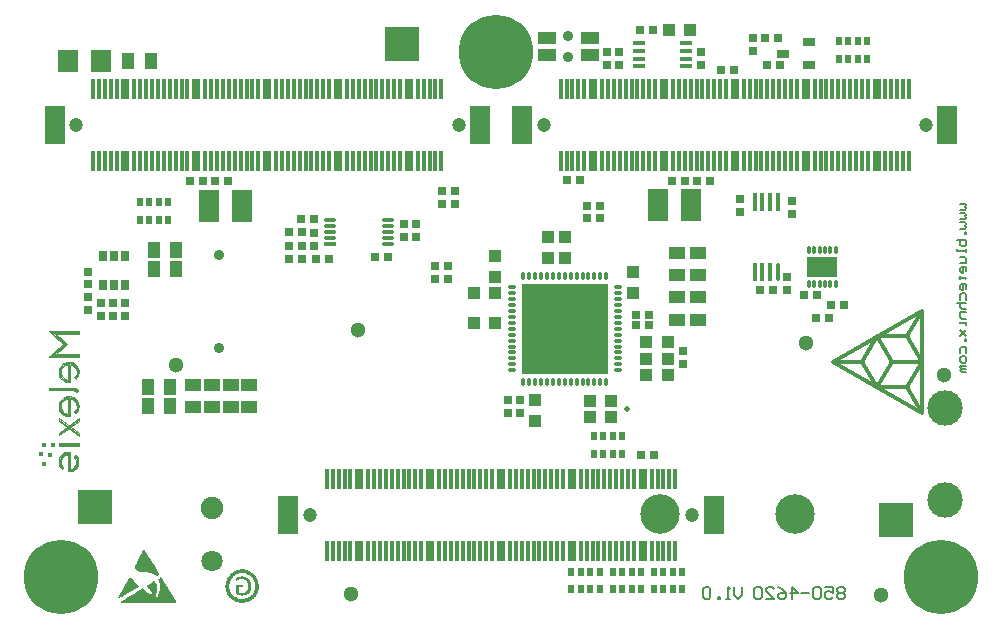
<source format=gbs>
G04 Layer_Color=16711935*
%FSLAX44Y44*%
%MOMM*%
G71*
G01*
G75*
%ADD62C,0.2000*%
%ADD65C,0.3000*%
%ADD68C,1.2000*%
%ADD74C,1.8000*%
%ADD125R,3.0000X3.0000*%
%ADD127R,1.1000X1.4000*%
%ADD135R,1.7000X1.9000*%
%ADD136R,0.7000X0.7000*%
%ADD142R,1.7000X2.8000*%
%ADD143R,1.1000X1.0000*%
%ADD146R,0.7000X0.7000*%
%ADD154R,1.0000X1.1000*%
%ADD156R,3.0000X3.0000*%
%ADD172C,1.3000*%
%ADD173C,0.9000*%
%ADD174C,6.3000*%
%ADD175C,3.0000*%
%ADD176C,1.9000*%
%ADD177C,3.3500*%
%ADD178C,0.5000*%
%ADD179C,0.1016*%
%ADD180R,0.3302X0.3302*%
%ADD181R,1.4000X1.1000*%
%ADD182R,1.5000X1.1000*%
%ADD183R,0.5500X0.8000*%
%ADD184R,0.8000X1.7000*%
%ADD185R,0.4000X1.7000*%
%ADD186R,1.7000X3.2000*%
%ADD187R,1.0000X0.7500*%
%ADD188O,1.0500X0.4000*%
%ADD189R,1.0500X0.4000*%
%ADD190R,1.1000X0.3500*%
%ADD191O,1.1000X0.3500*%
%ADD192R,0.7000X0.9000*%
%ADD193O,0.3000X0.7000*%
%ADD194R,2.5800X1.6800*%
%ADD195R,0.4000X1.5000*%
%ADD196O,0.4000X1.5000*%
%ADD197O,0.8000X0.3500*%
%ADD198O,0.3500X0.8000*%
%ADD199R,7.3500X7.6000*%
G36*
X87851Y25703D02*
X88434Y24770D01*
X88901Y23953D01*
X89368Y23312D01*
X89776Y22787D01*
X90067Y22379D01*
X90301Y22087D01*
X90417Y21912D01*
X90476Y21854D01*
X93391Y19521D01*
Y18530D01*
X93216Y18413D01*
X92983Y18238D01*
X92633Y18005D01*
X92225Y17772D01*
X91817Y17480D01*
X91292Y17189D01*
X90126Y16547D01*
X88784Y15731D01*
X87326Y14914D01*
X85810Y14098D01*
X84294Y13223D01*
X82778Y12348D01*
X81320Y11590D01*
X79920Y10832D01*
X78753Y10132D01*
X78170Y9840D01*
X77704Y9607D01*
X77296Y9374D01*
X76946Y9141D01*
X76654Y9024D01*
X76421Y8907D01*
X76304Y8791D01*
X76246D01*
X76188Y8907D01*
X76129Y8966D01*
X76013D01*
X85227Y26403D01*
X87851Y25703D01*
D02*
G37*
G36*
X181937Y33343D02*
X182928Y33226D01*
X183920Y32993D01*
X184853Y32759D01*
X185786Y32468D01*
X186602Y32118D01*
X187360Y31710D01*
X188060Y31360D01*
X188702Y30952D01*
X189226Y30543D01*
X189693Y30194D01*
X190101Y29902D01*
X190451Y29669D01*
X190684Y29435D01*
X190801Y29319D01*
X190859Y29260D01*
X191559Y28444D01*
X192201Y27627D01*
X192784Y26811D01*
X193250Y25936D01*
X193659Y25120D01*
X194009Y24245D01*
X194242Y23487D01*
X194475Y22671D01*
X194650Y21971D01*
X194767Y21329D01*
X194883Y20746D01*
X194942Y20221D01*
X195000Y19813D01*
Y19521D01*
Y19288D01*
Y19230D01*
X194942Y18122D01*
X194825Y17072D01*
X194592Y16080D01*
X194359Y15147D01*
X194067Y14273D01*
X193717Y13398D01*
X193309Y12640D01*
X192901Y11940D01*
X192551Y11298D01*
X192142Y10774D01*
X191793Y10307D01*
X191501Y9899D01*
X191268Y9549D01*
X191034Y9316D01*
X190918Y9199D01*
X190859Y9141D01*
X190043Y8441D01*
X189226Y7799D01*
X188410Y7274D01*
X187535Y6808D01*
X186719Y6400D01*
X185844Y6050D01*
X185086Y5758D01*
X184269Y5583D01*
X183570Y5408D01*
X182928Y5292D01*
X182345Y5175D01*
X181820Y5117D01*
X181412Y5058D01*
X180829D01*
X179721Y5117D01*
X178729Y5233D01*
X177738Y5408D01*
X176746Y5700D01*
X175872Y5991D01*
X175055Y6341D01*
X174297Y6750D01*
X173597Y7099D01*
X172956Y7508D01*
X172431Y7858D01*
X171964Y8207D01*
X171556Y8499D01*
X171206Y8791D01*
X170973Y8966D01*
X170856Y9082D01*
X170798Y9141D01*
X170040Y9957D01*
X169457Y10774D01*
X168873Y11590D01*
X168407Y12465D01*
X167999Y13340D01*
X167649Y14156D01*
X167415Y14972D01*
X167182Y15731D01*
X167007Y16489D01*
X166891Y17130D01*
X166774Y17713D01*
X166716Y18238D01*
X166657Y18647D01*
Y18996D01*
Y19171D01*
Y19230D01*
X166716Y20338D01*
X166832Y21329D01*
X167066Y22321D01*
X167299Y23312D01*
X167590Y24187D01*
X167940Y25003D01*
X168349Y25761D01*
X168698Y26461D01*
X169107Y27103D01*
X169515Y27627D01*
X169865Y28094D01*
X170156Y28502D01*
X170390Y28852D01*
X170623Y29086D01*
X170739Y29202D01*
X170798Y29260D01*
X171614Y30019D01*
X172431Y30602D01*
X173247Y31185D01*
X174122Y31651D01*
X174939Y32060D01*
X175813Y32410D01*
X176571Y32643D01*
X177388Y32876D01*
X178088Y33051D01*
X178729Y33168D01*
X179312Y33284D01*
X179837Y33343D01*
X180245Y33401D01*
X180829D01*
X181937Y33343D01*
D02*
G37*
G36*
X98232Y49847D02*
X98407Y49614D01*
X98582Y49322D01*
X98873Y48914D01*
X99165Y48389D01*
X99515Y47864D01*
X99923Y47222D01*
X100390Y46523D01*
X101323Y44948D01*
X102373Y43198D01*
X103539Y41391D01*
X104647Y39466D01*
X105813Y37600D01*
X106921Y35792D01*
X107971Y34101D01*
X108438Y33343D01*
X108846Y32585D01*
X109254Y31943D01*
X109662Y31302D01*
X109954Y30777D01*
X110245Y30368D01*
X110479Y29960D01*
X110654Y29727D01*
X110712Y29552D01*
X110770Y29494D01*
X110479Y29144D01*
X110129Y28794D01*
X109721Y28502D01*
X109312Y28211D01*
X108904Y27919D01*
X108554Y27744D01*
X108263Y27627D01*
X108204Y27569D01*
X107621Y28152D01*
X107038Y28619D01*
X106396Y29027D01*
X105697Y29377D01*
X104297Y29960D01*
X102956Y30310D01*
X101731Y30543D01*
X101206Y30602D01*
X100739Y30660D01*
X100331Y30718D01*
X99806D01*
X98232Y30777D01*
X96832Y30893D01*
X95608Y31127D01*
X94500Y31418D01*
X93566Y31768D01*
X92750Y32118D01*
X92050Y32526D01*
X91467Y32993D01*
X90942Y33401D01*
X90534Y33809D01*
X90242Y34159D01*
X90009Y34509D01*
X89834Y34801D01*
X89717Y35034D01*
X89659Y35151D01*
Y35209D01*
X90301Y36492D01*
X90942Y37717D01*
X91525Y38825D01*
X92050Y39874D01*
X92517Y40866D01*
X92983Y41799D01*
X93450Y42674D01*
X93858Y43432D01*
X94208Y44190D01*
X94558Y44890D01*
X95141Y46056D01*
X95608Y47048D01*
X95957Y47864D01*
X96307Y48506D01*
X96482Y49030D01*
X96657Y49380D01*
X96774Y49614D01*
X96832Y49788D01*
X96890Y49905D01*
Y49963D01*
X98174D01*
X98232Y49847D01*
D02*
G37*
G36*
X125058Y6166D02*
X125000Y5816D01*
X124883Y5525D01*
X124767Y5350D01*
X124592Y5175D01*
X124242Y5058D01*
X78345D01*
Y5875D01*
X78404Y5933D01*
X78579Y6108D01*
X78812Y6283D01*
X79162Y6516D01*
X79570Y6808D01*
X80095Y7099D01*
X80620Y7508D01*
X81261Y7858D01*
X82661Y8732D01*
X84177Y9724D01*
X85810Y10774D01*
X87501Y11823D01*
X89192Y12873D01*
X90825Y13864D01*
X92342Y14856D01*
X93741Y15672D01*
X94325Y16080D01*
X94849Y16372D01*
X95374Y16722D01*
X95782Y16955D01*
X96074Y17130D01*
X96307Y17305D01*
X96482Y17364D01*
X96541Y17422D01*
X97532Y16780D01*
X98407Y16022D01*
X99165Y15322D01*
X99806Y14622D01*
X100331Y13981D01*
X100739Y13456D01*
X101031Y13106D01*
X101089Y13048D01*
Y12990D01*
X104647Y11736D01*
Y13165D01*
X104589Y13514D01*
X104472Y13923D01*
X104414Y14273D01*
X104355Y14331D01*
Y14389D01*
X103597Y15089D01*
X102956Y15789D01*
X102373Y16372D01*
X101848Y16839D01*
X101439Y17305D01*
X101089Y17655D01*
X100798Y18005D01*
X100565Y18297D01*
X100273Y18705D01*
X100098Y18938D01*
X100040Y19055D01*
Y19113D01*
Y19696D01*
X101031Y20046D01*
X102023Y20513D01*
X102956Y21096D01*
X103889Y21737D01*
X104647Y22262D01*
X105288Y22729D01*
X105522Y22962D01*
X105638Y23079D01*
X105755Y23137D01*
X105813Y23195D01*
X106746D01*
X106921Y22671D01*
X107213Y22087D01*
X107621Y21504D01*
X108029Y21038D01*
X108438Y20571D01*
X108787Y20221D01*
X109021Y19929D01*
X109137Y19871D01*
X108904Y19171D01*
X108729Y18588D01*
X108612Y18122D01*
X108496Y17713D01*
Y17364D01*
X108438Y17130D01*
Y17014D01*
Y16955D01*
Y16780D01*
Y16547D01*
X108496Y16255D01*
X108554Y15556D01*
X108612Y15206D01*
X108671Y14914D01*
X108729Y14739D01*
Y14681D01*
X108321Y14214D01*
X108029Y13689D01*
X107854Y13165D01*
X107679Y12698D01*
X107621Y12290D01*
X107563Y11940D01*
Y11648D01*
Y11590D01*
Y11298D01*
X107621Y10774D01*
Y10365D01*
X107679Y10132D01*
X107738Y9899D01*
Y9782D01*
X107796Y9724D01*
X108263D01*
X109254Y10190D01*
X109312Y10249D01*
X109371Y10307D01*
X109429Y10365D01*
X109487D01*
X109895Y12698D01*
X110187Y13573D01*
X110479Y14448D01*
X110654Y15206D01*
X110887Y15964D01*
X111062Y16605D01*
X111179Y17247D01*
X111354Y18238D01*
X111470Y19055D01*
X111587Y19638D01*
Y19988D01*
Y20104D01*
X111354Y20921D01*
X111062Y21737D01*
X110770Y22554D01*
X110479Y23312D01*
X110187Y23953D01*
X109954Y24420D01*
X109779Y24770D01*
X109721Y24887D01*
X109895Y25178D01*
X110187Y25470D01*
X110887Y26053D01*
X111237Y26286D01*
X111529Y26461D01*
X111762Y26578D01*
X111820Y26636D01*
X112520D01*
X125058Y6166D01*
D02*
G37*
%LPC*%
G36*
X181295Y30310D02*
X180829D01*
X179954Y30252D01*
X179196Y30194D01*
X177679Y29785D01*
X176338Y29260D01*
X175172Y28677D01*
X174705Y28386D01*
X174297Y28094D01*
X173889Y27803D01*
X173597Y27569D01*
X173364Y27336D01*
X173131Y27161D01*
X173072Y27103D01*
X173014Y27044D01*
X172431Y26403D01*
X171906Y25761D01*
X171498Y25120D01*
X171148Y24420D01*
X170565Y23137D01*
X170156Y21912D01*
X169923Y20863D01*
X169865Y20396D01*
X169806Y19988D01*
X169748Y19696D01*
Y19405D01*
Y19288D01*
Y19230D01*
X169806Y18355D01*
X169865Y17597D01*
X170273Y16080D01*
X170798Y14739D01*
X171381Y13573D01*
X171673Y13048D01*
X171964Y12640D01*
X172256Y12232D01*
X172489Y11940D01*
X172722Y11707D01*
X172897Y11532D01*
X172956Y11415D01*
X173014Y11357D01*
X173655Y10774D01*
X174297Y10307D01*
X174939Y9899D01*
X175580Y9491D01*
X176921Y8907D01*
X178146Y8557D01*
X179196Y8324D01*
X179662Y8266D01*
X180070Y8207D01*
X180362Y8149D01*
X180829D01*
X181703Y8207D01*
X182461Y8266D01*
X183978Y8674D01*
X185319Y9141D01*
X186486Y9782D01*
X187010Y10074D01*
X187419Y10365D01*
X187827Y10599D01*
X188118Y10832D01*
X188352Y11065D01*
X188527Y11240D01*
X188643Y11298D01*
X188702Y11357D01*
X189285Y11998D01*
X189751Y12640D01*
X190160Y13281D01*
X190568Y13981D01*
X191151Y15264D01*
X191501Y16547D01*
X191734Y17597D01*
X191793Y18063D01*
X191851Y18471D01*
X191909Y18763D01*
Y19055D01*
Y19171D01*
Y19230D01*
X191851Y20046D01*
X191793Y20863D01*
X191384Y22379D01*
X190918Y23720D01*
X190276Y24828D01*
X189985Y25353D01*
X189693Y25761D01*
X189460Y26170D01*
X189226Y26461D01*
X188993Y26694D01*
X188818Y26869D01*
X188760Y26986D01*
X188702Y27044D01*
X188060Y27627D01*
X187419Y28152D01*
X186777Y28561D01*
X186077Y28911D01*
X184794Y29494D01*
X183511Y29902D01*
X182461Y30135D01*
X181995Y30194D01*
X181587Y30252D01*
X181295Y30310D01*
D02*
G37*
%LPD*%
G36*
X181820Y27161D02*
X182403Y27103D01*
X182870Y26986D01*
X183278Y26869D01*
X183628Y26811D01*
X183803Y26694D01*
X183861D01*
X184853Y26228D01*
X185319Y25936D01*
X185669Y25703D01*
X185961Y25470D01*
X186194Y25236D01*
X186311Y25120D01*
X186369Y25062D01*
X187069Y24187D01*
X187594Y23370D01*
X187827Y23020D01*
X187943Y22729D01*
X188002Y22496D01*
X188060Y22437D01*
X188410Y21271D01*
X188527Y20746D01*
X188585Y20221D01*
Y19755D01*
X188643Y19405D01*
Y19171D01*
Y19113D01*
Y18413D01*
X188585Y17830D01*
X188468Y17247D01*
X188352Y16780D01*
X188293Y16372D01*
X188177Y16022D01*
X188118Y15847D01*
Y15789D01*
X187652Y14798D01*
X187360Y14331D01*
X187127Y13981D01*
X186894Y13689D01*
X186719Y13456D01*
X186602Y13340D01*
X186544Y13281D01*
X185669Y12640D01*
X184853Y12115D01*
X184503Y11940D01*
X184211Y11823D01*
X184036Y11707D01*
X183978D01*
X182811Y11357D01*
X182287Y11240D01*
X181762Y11182D01*
X181295D01*
X180945Y11123D01*
X180187D01*
X179779Y11182D01*
X179371D01*
X178904Y11298D01*
X178496Y11357D01*
X178263Y11415D01*
X178146D01*
X177679Y11532D01*
X177271Y11648D01*
X177038Y11765D01*
X176921D01*
X176513Y11940D01*
X176163Y12115D01*
X175930Y12173D01*
X175872Y12232D01*
X175638Y12290D01*
X175522Y12406D01*
X175463Y12465D01*
Y12523D01*
X175347Y12873D01*
Y12990D01*
Y13048D01*
Y19171D01*
X175405Y19521D01*
X175463Y19696D01*
X175522Y19813D01*
X175580Y19871D01*
X175755Y19988D01*
X175930Y20046D01*
X181470D01*
X181528Y19988D01*
X181587Y19871D01*
X181645Y19813D01*
X181703Y19755D01*
Y19638D01*
X181762Y19580D01*
Y19521D01*
Y19230D01*
Y19171D01*
Y19113D01*
Y18763D01*
Y18705D01*
Y18647D01*
X181703Y18413D01*
X181645Y18355D01*
Y18297D01*
X181587Y18180D01*
X181528Y18122D01*
X177854D01*
Y13864D01*
X178321Y13689D01*
X178729Y13514D01*
X179021Y13456D01*
X179079Y13398D01*
X179137D01*
X179662Y13281D01*
X180070Y13223D01*
X180537D01*
X181412Y13281D01*
X182112Y13398D01*
X182345Y13456D01*
X182578Y13514D01*
X182695Y13573D01*
X182753D01*
X183453Y13923D01*
X183978Y14331D01*
X184211Y14506D01*
X184386Y14622D01*
X184444Y14681D01*
X184503Y14739D01*
X184969Y15381D01*
X185319Y16022D01*
X185436Y16255D01*
X185552Y16489D01*
X185611Y16605D01*
Y16664D01*
X185844Y17538D01*
X185961Y18355D01*
X186019Y18705D01*
Y18996D01*
Y19171D01*
Y19230D01*
X185961Y20163D01*
X185902Y20571D01*
X185844Y20979D01*
X185786Y21271D01*
X185727Y21504D01*
X185669Y21621D01*
Y21679D01*
X185319Y22437D01*
X184969Y23020D01*
X184794Y23254D01*
X184678Y23429D01*
X184561Y23487D01*
Y23545D01*
X183978Y24070D01*
X183453Y24420D01*
X183220Y24537D01*
X183045Y24653D01*
X182928Y24712D01*
X182870D01*
X182053Y25003D01*
X181295Y25120D01*
X181004Y25178D01*
X180537D01*
X179721Y25120D01*
X179137Y25062D01*
X178904Y25003D01*
X178729D01*
X178671Y24945D01*
X178612D01*
X178029Y24828D01*
X177621Y24653D01*
X177330Y24537D01*
X177213Y24478D01*
X176805Y24303D01*
X176513Y24187D01*
X176338Y24070D01*
X176280Y24012D01*
X176047Y23895D01*
X175872Y23837D01*
X175813Y23779D01*
X175755D01*
X175638Y23837D01*
X175580D01*
X175463Y23953D01*
Y24012D01*
X175405Y24245D01*
Y24303D01*
Y24362D01*
X175347Y24712D01*
Y24770D01*
Y24828D01*
Y25178D01*
Y25353D01*
X175405Y25470D01*
Y25528D01*
X175522Y25820D01*
X175580Y25936D01*
X175638D01*
X175813Y26053D01*
X175988Y26170D01*
X176163Y26286D01*
X176222D01*
X176513Y26461D01*
X176863Y26636D01*
X177096Y26694D01*
X177155Y26753D01*
X177213D01*
X177738Y26928D01*
X178204Y27044D01*
X178554Y27103D01*
X178729D01*
X179371Y27219D01*
X179954Y27278D01*
X181237D01*
X181820Y27161D01*
D02*
G37*
D62*
X788668Y343000D02*
X792667D01*
X794000Y341667D01*
X792667Y340334D01*
X794000Y339001D01*
X792667Y337668D01*
X788668D01*
Y335003D02*
X792667D01*
X794000Y333670D01*
X792667Y332337D01*
X794000Y331004D01*
X792667Y329671D01*
X788668D01*
Y327005D02*
X792667D01*
X794000Y325672D01*
X792667Y324339D01*
X794000Y323007D01*
X792667Y321674D01*
X788668D01*
X794000Y319008D02*
X792667D01*
Y317675D01*
X794000D01*
Y319008D01*
X786003Y312343D02*
X794000D01*
Y308344D01*
X792667Y307012D01*
X791334D01*
X790001D01*
X788668Y308344D01*
Y312343D01*
X794000Y304346D02*
Y301680D01*
Y303013D01*
X786003D01*
Y304346D01*
X788668Y297681D02*
X792667D01*
X794000Y296348D01*
Y292350D01*
X788668D01*
X794000Y285685D02*
Y288351D01*
X792667Y289684D01*
X790001D01*
X788668Y288351D01*
Y285685D01*
X790001Y284352D01*
X791334D01*
Y289684D01*
X787336Y280354D02*
X788668D01*
Y281686D01*
Y279021D01*
Y280354D01*
X792667D01*
X794000Y279021D01*
Y271023D02*
Y273689D01*
X792667Y275022D01*
X790001D01*
X788668Y273689D01*
Y271023D01*
X790001Y269690D01*
X791334D01*
Y275022D01*
X788668Y261693D02*
Y265692D01*
X790001Y267024D01*
X792667D01*
X794000Y265692D01*
Y261693D01*
X786003Y259027D02*
X794000D01*
X790001D01*
X788668Y257694D01*
Y255028D01*
X790001Y253696D01*
X794000D01*
Y251030D02*
X788668D01*
Y247031D01*
X790001Y245698D01*
X794000D01*
Y243032D02*
Y240366D01*
Y241699D01*
X788668D01*
Y243032D01*
Y236368D02*
X794000Y231036D01*
X791334Y233702D01*
X788668Y231036D01*
X794000Y236368D01*
Y228370D02*
X792667D01*
Y227037D01*
X794000D01*
Y228370D01*
X788668Y216374D02*
Y220373D01*
X790001Y221706D01*
X792667D01*
X794000Y220373D01*
Y216374D01*
Y212375D02*
Y209710D01*
X792667Y208377D01*
X790001D01*
X788668Y209710D01*
Y212375D01*
X790001Y213708D01*
X792667D01*
X794000Y212375D01*
Y205711D02*
X788668D01*
Y204378D01*
X790001Y203045D01*
X794000D01*
X790001D01*
X788668Y201712D01*
X790001Y200379D01*
X794000D01*
X604000Y17997D02*
Y11332D01*
X600668Y8000D01*
X597336Y11332D01*
Y17997D01*
X594003Y8000D02*
X590671D01*
X592337D01*
Y17997D01*
X594003Y16331D01*
X585673Y8000D02*
Y9666D01*
X584007D01*
Y8000D01*
X585673D01*
X577342Y16331D02*
X575676Y17997D01*
X572344D01*
X570677Y16331D01*
Y9666D01*
X572344Y8000D01*
X575676D01*
X577342Y9666D01*
Y16331D01*
X691000D02*
X689334Y17997D01*
X686002D01*
X684335Y16331D01*
Y14664D01*
X686002Y12998D01*
X684335Y11332D01*
Y9666D01*
X686002Y8000D01*
X689334D01*
X691000Y9666D01*
Y11332D01*
X689334Y12998D01*
X691000Y14664D01*
Y16331D01*
X689334Y12998D02*
X686002D01*
X674339Y17997D02*
X681003D01*
Y12998D01*
X677671Y14664D01*
X676005D01*
X674339Y12998D01*
Y9666D01*
X676005Y8000D01*
X679337D01*
X681003Y9666D01*
X671006Y16331D02*
X669340Y17997D01*
X666008D01*
X664342Y16331D01*
Y9666D01*
X666008Y8000D01*
X669340D01*
X671006Y9666D01*
Y16331D01*
X661010Y12998D02*
X654345D01*
X646014Y8000D02*
Y17997D01*
X651013Y12998D01*
X644348D01*
X634352Y17997D02*
X637684Y16331D01*
X641016Y12998D01*
Y9666D01*
X639350Y8000D01*
X636018D01*
X634352Y9666D01*
Y11332D01*
X636018Y12998D01*
X641016D01*
X624355Y8000D02*
X631019D01*
X624355Y14664D01*
Y16331D01*
X626021Y17997D01*
X629353D01*
X631019Y16331D01*
X621022D02*
X619356Y17997D01*
X616024D01*
X614358Y16331D01*
Y9666D01*
X616024Y8000D01*
X619356D01*
X621022Y9666D01*
Y16331D01*
D65*
X718500Y230651D02*
X743500D01*
X731000Y209000D02*
X756000D01*
X718500Y187349D02*
X743500D01*
X681000Y209000D02*
X706000D01*
X743500Y187349D02*
X756000Y209000D01*
X743500Y230651D02*
X756000Y209000D01*
X718500Y187349D02*
X731000Y209000D01*
X706000D02*
X718500Y187349D01*
Y230651D02*
X731000Y209000D01*
X706000D02*
X718500Y230651D01*
X743500D02*
X756000Y252301D01*
X743500Y187349D02*
X756000Y165699D01*
Y252301D01*
X681000Y209000D02*
X756000Y165699D01*
X681000Y209000D02*
X756000Y252301D01*
D68*
X436000Y409500D02*
D03*
X760000D02*
D03*
X40000D02*
D03*
X364000D02*
D03*
X238000Y79500D02*
D03*
X562000D02*
D03*
D74*
X155000Y40000D02*
D03*
D125*
X316000Y478000D02*
D03*
X734001Y75001D02*
D03*
D127*
X84500Y464000D02*
D03*
X103500D02*
D03*
X106000Y304000D02*
D03*
X125000D02*
D03*
X106000Y288000D02*
D03*
X125000D02*
D03*
X120000Y187500D02*
D03*
X101000D02*
D03*
X120000Y171500D02*
D03*
X101000D02*
D03*
D135*
X33000Y464000D02*
D03*
X61000D02*
D03*
D136*
X136678Y362500D02*
D03*
X147678D02*
D03*
X619500Y269931D02*
D03*
X630500D02*
D03*
X483500Y331000D02*
D03*
X472500D02*
D03*
X483500Y341000D02*
D03*
X472500D02*
D03*
X220500Y307000D02*
D03*
X231500D02*
D03*
X634500Y483500D02*
D03*
X623500D02*
D03*
X467000Y363000D02*
D03*
X456000D02*
D03*
X529000Y490000D02*
D03*
X518000D02*
D03*
X293500Y298000D02*
D03*
X304500D02*
D03*
X514000Y249000D02*
D03*
X525000D02*
D03*
X545000Y362000D02*
D03*
X556000D02*
D03*
X577000D02*
D03*
X566000D02*
D03*
X168678Y362500D02*
D03*
X157678D02*
D03*
X525000Y240000D02*
D03*
X514000D02*
D03*
X361000Y354000D02*
D03*
X350000D02*
D03*
X361000Y342500D02*
D03*
X350000D02*
D03*
X636500Y460000D02*
D03*
X625500D02*
D03*
X679500Y256931D02*
D03*
X690500D02*
D03*
X677500Y246431D02*
D03*
X666500D02*
D03*
X667700Y265431D02*
D03*
X656700D02*
D03*
X597500Y456500D02*
D03*
X586500D02*
D03*
X230500Y330000D02*
D03*
X241500D02*
D03*
X243500Y296000D02*
D03*
X254500D02*
D03*
X220500D02*
D03*
X231500D02*
D03*
X231500Y319000D02*
D03*
X220500D02*
D03*
X518500Y129999D02*
D03*
X529500D02*
D03*
D142*
X153000Y341000D02*
D03*
X181000D02*
D03*
X561000Y342000D02*
D03*
X533000D02*
D03*
D143*
X429000Y159000D02*
D03*
Y177000D02*
D03*
X454000Y315000D02*
D03*
Y297000D02*
D03*
X395000Y281000D02*
D03*
Y299000D02*
D03*
X440000Y315000D02*
D03*
Y297000D02*
D03*
X512000Y285000D02*
D03*
Y267000D02*
D03*
D146*
X71500Y258500D02*
D03*
Y247500D02*
D03*
X50500Y263500D02*
D03*
Y252500D02*
D03*
X61000Y258500D02*
D03*
Y247500D02*
D03*
X82000D02*
D03*
Y258500D02*
D03*
X613000Y483500D02*
D03*
Y472500D02*
D03*
X500000Y471000D02*
D03*
Y460000D02*
D03*
X318000Y325500D02*
D03*
Y314500D02*
D03*
X328000Y314500D02*
D03*
Y325500D02*
D03*
X489500Y460000D02*
D03*
Y471000D02*
D03*
X569000Y460500D02*
D03*
Y471500D02*
D03*
X50500Y285500D02*
D03*
Y274500D02*
D03*
X406000Y176500D02*
D03*
Y165500D02*
D03*
X642500Y270000D02*
D03*
Y281000D02*
D03*
X646500Y334529D02*
D03*
Y345529D02*
D03*
X602500Y336000D02*
D03*
Y347000D02*
D03*
X242000Y318500D02*
D03*
Y307500D02*
D03*
X554000Y218500D02*
D03*
Y207500D02*
D03*
X344000Y290250D02*
D03*
Y279250D02*
D03*
X355000Y290250D02*
D03*
Y279250D02*
D03*
X416000Y176500D02*
D03*
Y165500D02*
D03*
D154*
X542000Y490000D02*
D03*
X560000D02*
D03*
X523000Y226000D02*
D03*
X541000D02*
D03*
X377000Y242000D02*
D03*
X395000D02*
D03*
X493000Y176000D02*
D03*
X475000D02*
D03*
X541000Y198000D02*
D03*
X523000D02*
D03*
X493000Y162000D02*
D03*
X475000D02*
D03*
X377000Y267000D02*
D03*
X395000D02*
D03*
X541000Y211500D02*
D03*
X523000D02*
D03*
D156*
X56000Y86000D02*
D03*
D172*
X658000Y225000D02*
D03*
X125000Y206000D02*
D03*
X775000Y198000D02*
D03*
X273000Y12500D02*
D03*
X722000Y12000D02*
D03*
X279000Y236000D02*
D03*
D173*
X457000Y485000D02*
D03*
Y467000D02*
D03*
X161000Y299250D02*
D03*
Y220750D02*
D03*
D174*
X27500Y27000D02*
D03*
X772500D02*
D03*
X395500Y471000D02*
D03*
D175*
X776000Y92150D02*
D03*
Y169850D02*
D03*
D176*
X155000Y85000D02*
D03*
D177*
X534850Y80000D02*
D03*
X649150D02*
D03*
D178*
X663110Y289050D02*
D03*
X680890D02*
D03*
X473500Y256500D02*
D03*
X460500Y243500D02*
D03*
Y269500D02*
D03*
X486500D02*
D03*
Y243500D02*
D03*
X473500Y217500D02*
D03*
X460500Y230500D02*
D03*
Y204500D02*
D03*
X486500D02*
D03*
Y230500D02*
D03*
X421500Y243500D02*
D03*
Y269500D02*
D03*
X447500D02*
D03*
Y243500D02*
D03*
X434500Y256500D02*
D03*
X421500Y230500D02*
D03*
Y204500D02*
D03*
X447500D02*
D03*
Y230500D02*
D03*
X434500Y217500D02*
D03*
X507000Y169500D02*
D03*
D179*
X42398Y232850D02*
Y233612D01*
X22840Y232850D02*
X42398D01*
X22840Y232342D02*
Y232850D01*
Y232342D02*
X23094Y232088D01*
X30460Y224214D01*
X22840Y215324D02*
X30460Y224214D01*
X22840Y215324D02*
X32238Y223960D01*
X32746Y224214D01*
X23602Y232342D02*
X32746Y224214D01*
X23348Y232342D02*
X23602D01*
X22332Y232850D02*
X23348Y232342D01*
X22332Y232850D02*
X22586Y233104D01*
X31984Y224214D01*
X22078Y215070D02*
X31984Y224214D01*
X22078Y215070D02*
X42144D01*
Y214562D02*
Y215070D01*
Y214562D02*
X42398D01*
Y215324D01*
X20554D02*
X42398D01*
X20554Y214562D02*
Y215324D01*
Y214562D02*
X31222Y224214D01*
X21570Y233104D02*
X31222Y224214D01*
X21570Y233104D02*
Y233358D01*
X20554D02*
X21570D01*
X20554Y233104D02*
Y233358D01*
Y233104D02*
X42398D01*
Y233866D01*
X41890D02*
X42398D01*
X41890D02*
Y234628D01*
X42398D01*
Y233866D02*
Y234628D01*
X19284Y233866D02*
X42398D01*
X19284D02*
Y234120D01*
X30206Y224214D01*
X19538Y214562D02*
X30206Y224214D01*
X19538Y214562D02*
X42398D01*
Y213800D02*
Y214562D01*
X17760Y213800D02*
X42398D01*
X17760D02*
X29444Y224214D01*
X17760Y234628D02*
X29444Y224214D01*
X17760Y234628D02*
X42398D01*
X36556Y178748D02*
X36810Y178494D01*
X37826Y177732D01*
X38588Y177224D01*
X38842Y176716D01*
X39604Y175954D01*
X40366Y174938D01*
X40874Y173668D01*
X41128Y172398D01*
X40874Y169604D02*
X41128Y172398D01*
X40112Y167572D02*
X40874Y169604D01*
X39350Y166810D02*
X40112Y167572D01*
X39350Y166810D02*
X39858Y166302D01*
X40366Y166810D01*
X40874Y167826D01*
X41128Y168842D01*
X41636Y169604D01*
Y172652D01*
X41382Y173414D02*
X41636Y172652D01*
X41128Y174430D02*
X41382Y173414D01*
X40366Y175700D02*
X41128Y174430D01*
X39350Y177224D02*
X40366Y175700D01*
X38334Y177986D02*
X39350Y177224D01*
X38334Y177986D02*
Y178240D01*
X37572Y178748D02*
X38334Y178240D01*
X37318Y177732D02*
X37572Y178748D01*
X36556D02*
X37318Y177732D01*
X35794Y179256D02*
X36556Y178748D01*
X35540Y179002D02*
X35794Y179256D01*
X35540Y179002D02*
X36810Y177732D01*
X34778Y178748D02*
X35540Y178240D01*
X33254Y179002D02*
X34778Y178748D01*
X31730Y179002D02*
X33254D01*
X30714Y178494D02*
X31730Y179002D01*
X29444Y177986D02*
X30714Y178494D01*
X28428Y177224D02*
X29444Y177986D01*
X27920Y176462D02*
X28428Y177224D01*
X26904Y175446D02*
X27920Y176462D01*
X26650Y174176D02*
X26904Y175446D01*
X26142Y172652D02*
X26650Y174176D01*
X26142Y169096D02*
Y172652D01*
Y169096D02*
X26650Y168588D01*
X27158Y167318D01*
X27920Y166556D01*
X29190Y165032D01*
X29698Y164778D01*
X30968Y164270D01*
X31984Y163762D01*
X33000Y163508D01*
X33762Y163762D01*
X33254Y164270D02*
X33762Y163762D01*
X32746Y164270D02*
X33254D01*
X31476Y164524D02*
X32746Y164270D01*
X29444Y165540D02*
X31476Y164524D01*
X28682Y166048D02*
X29444Y165540D01*
X27666Y167318D02*
X28682Y166048D01*
X27158Y168334D02*
X27666Y167318D01*
X26650Y169604D02*
X27158Y168334D01*
X26396Y170874D02*
X26650Y169604D01*
X26396Y170874D02*
Y172144D01*
X26650Y172906D01*
X26904Y174430D01*
X27666Y175192D01*
X28174Y176208D01*
X28936Y176716D01*
X29952Y177478D01*
X31476Y178240D01*
X32746Y178494D01*
X33762Y178240D01*
X34524Y177478D01*
Y177986D01*
X34016D02*
X34524D01*
X34016Y165540D02*
Y177986D01*
Y165540D02*
X34270Y165286D01*
Y164016D02*
Y165286D01*
X33762Y164778D02*
X34270Y164016D01*
X33254Y165286D02*
X33762Y164778D01*
X33254Y165286D02*
Y177732D01*
X32746D02*
X33254D01*
X31730Y177478D02*
X32746Y177732D01*
X29190Y176208D02*
X31730Y177478D01*
X28428Y175192D02*
X29190Y176208D01*
X27666Y174430D02*
X28428Y175192D01*
X27412Y173160D02*
X27666Y174430D01*
X27158Y172144D02*
X27412Y173160D01*
X27158Y169858D02*
Y172144D01*
Y169858D02*
X28174Y167826D01*
X28936Y166810D01*
X29698Y166048D01*
X30968Y165286D01*
X32238Y165032D01*
X33254D01*
X34016Y163762D01*
X34778Y163000D01*
Y176970D01*
X35032Y177732D01*
X35794D01*
X36810Y177478D01*
X37318Y176970D01*
X37064Y177478D02*
X37318Y176970D01*
X37064Y177478D02*
X38842Y175700D01*
X39604Y174684D01*
X40112Y173922D01*
Y174176D01*
X40366Y172906D01*
X40620Y171890D01*
Y169858D02*
Y171890D01*
X40366Y168842D02*
X40620Y169858D01*
X39604Y167826D02*
X40366Y168842D01*
X38588Y166810D02*
X39604Y167826D01*
X38588Y166810D02*
X39858Y165540D01*
X40366Y166048D01*
X40874Y166810D01*
X41636Y168080D01*
X42144Y169604D01*
X42398Y170874D01*
Y172398D01*
X42144Y173668D02*
X42398Y172398D01*
X41636Y174684D02*
X42144Y173668D01*
X40874Y175954D02*
X41636Y174684D01*
X39858Y177478D02*
X40874Y175954D01*
X38080Y179002D02*
X39858Y177478D01*
X36556Y179510D02*
X38080Y179002D01*
X35540Y179764D02*
X36556Y179510D01*
X32492Y179764D02*
X35540D01*
X30714Y179256D02*
X32492Y179764D01*
X29444Y178748D02*
X30714Y179256D01*
X28174Y177732D02*
X29444Y178748D01*
X26650Y175700D02*
X28174Y177732D01*
X26142Y174684D02*
X26650Y175700D01*
X25888Y173414D02*
X26142Y174684D01*
X25634Y172398D02*
X25888Y173414D01*
X25634Y169350D02*
Y172398D01*
Y169350D02*
X26142Y167826D01*
X26904Y166556D01*
X29190Y164270D01*
X30206Y163762D01*
X31476Y163254D01*
X33000Y163000D01*
X34778D01*
X36556Y207704D02*
X36810Y207450D01*
X37826Y206688D01*
X38588Y206180D01*
X38842Y205672D01*
X39604Y204910D01*
X40366Y203894D01*
X40874Y202624D01*
X41128Y201354D01*
X40874Y198560D02*
X41128Y201354D01*
X40112Y196528D02*
X40874Y198560D01*
X39350Y195766D02*
X40112Y196528D01*
X39350Y195766D02*
X39858Y195258D01*
X40366Y195766D01*
X40874Y196782D01*
X41128Y197798D01*
X41636Y198560D01*
Y201608D01*
X41382Y202370D02*
X41636Y201608D01*
X41128Y203386D02*
X41382Y202370D01*
X40366Y204656D02*
X41128Y203386D01*
X39350Y206180D02*
X40366Y204656D01*
X38334Y206942D02*
X39350Y206180D01*
X38334Y206942D02*
Y207196D01*
X37572Y207704D02*
X38334Y207196D01*
X37318Y206688D02*
X37572Y207704D01*
X36556D02*
X37318Y206688D01*
X35794Y208212D02*
X36556Y207704D01*
X35540Y207958D02*
X35794Y208212D01*
X35540Y207958D02*
X36810Y206688D01*
X35540Y207196D02*
X36810Y206688D01*
X34778Y207704D02*
X35540Y207196D01*
X33254Y207958D02*
X34778Y207704D01*
X31730Y207958D02*
X33254D01*
X30714Y207450D02*
X31730Y207958D01*
X29444Y206942D02*
X30714Y207450D01*
X28428Y206180D02*
X29444Y206942D01*
X27920Y205418D02*
X28428Y206180D01*
X26904Y204402D02*
X27920Y205418D01*
X26650Y203132D02*
X26904Y204402D01*
X26142Y201608D02*
X26650Y203132D01*
X26142Y198052D02*
Y201608D01*
Y198052D02*
X26650Y197544D01*
X27158Y196274D01*
X27920Y195512D01*
X29190Y193988D01*
X29698Y193734D01*
X30968Y193226D01*
X31984Y192718D01*
X33000Y192464D01*
X33762Y192718D01*
X33254Y193226D02*
X33762Y192718D01*
X32746Y193226D02*
X33254D01*
X31476Y193480D02*
X32746Y193226D01*
X29444Y194496D02*
X31476Y193480D01*
X28682Y195004D02*
X29444Y194496D01*
X27666Y196274D02*
X28682Y195004D01*
X27158Y197290D02*
X27666Y196274D01*
X26650Y198560D02*
X27158Y197290D01*
X26396Y199830D02*
X26650Y198560D01*
X26396Y199830D02*
Y201100D01*
X26650Y201862D01*
X26904Y203386D01*
X27666Y204148D01*
X28174Y205164D01*
X28936Y205672D01*
X29952Y206434D01*
X31476Y207196D01*
X32746Y207450D01*
X33762Y207196D01*
X34524Y206434D01*
Y206942D01*
X34016D02*
X34524D01*
X34016Y194496D02*
Y206942D01*
Y194496D02*
X34270Y194242D01*
Y192972D02*
Y194242D01*
X33762Y193734D02*
X34270Y192972D01*
X33254Y194242D02*
X33762Y193734D01*
X33254Y194242D02*
Y206688D01*
X32746D02*
X33254D01*
X31730Y206434D02*
X32746Y206688D01*
X29190Y205164D02*
X31730Y206434D01*
X28428Y204148D02*
X29190Y205164D01*
X27666Y203386D02*
X28428Y204148D01*
X27412Y202116D02*
X27666Y203386D01*
X27158Y201100D02*
X27412Y202116D01*
X27158Y198814D02*
Y201100D01*
Y198814D02*
X28174Y196782D01*
X28936Y195766D01*
X29698Y195004D01*
X30968Y194242D01*
X32238Y193988D01*
X33254D01*
X34016Y192718D01*
X34778Y191956D01*
Y205926D01*
X35032Y206688D01*
X35794D01*
X36810Y206434D01*
X37318Y205926D01*
X37064Y206434D02*
X37318Y205926D01*
X37064Y206434D02*
X38842Y204656D01*
X39604Y203640D01*
X40112Y202878D01*
Y203132D01*
X40366Y201862D01*
X40620Y200846D01*
Y198814D02*
Y200846D01*
X40366Y197798D02*
X40620Y198814D01*
X39604Y196782D02*
X40366Y197798D01*
X38588Y195766D02*
X39604Y196782D01*
X38588Y195766D02*
X39858Y194496D01*
X40366Y195004D01*
X40874Y195766D01*
X41636Y197036D01*
X42144Y198560D01*
X42398Y199830D01*
Y201354D01*
X42144Y202624D02*
X42398Y201354D01*
X41636Y203640D02*
X42144Y202624D01*
X40874Y204910D02*
X41636Y203640D01*
X39858Y206434D02*
X40874Y204910D01*
X38080Y207958D02*
X39858Y206434D01*
X36556Y208466D02*
X38080Y207958D01*
X35540Y208720D02*
X36556Y208466D01*
X32492Y208720D02*
X35540D01*
X30714Y208212D02*
X32492Y208720D01*
X29444Y207704D02*
X30714Y208212D01*
X28174Y206688D02*
X29444Y207704D01*
X26650Y204656D02*
X28174Y206688D01*
X26142Y203640D02*
X26650Y204656D01*
X25888Y202370D02*
X26142Y203640D01*
X25634Y201354D02*
X25888Y202370D01*
X25634Y198306D02*
Y201354D01*
Y198306D02*
X26142Y196782D01*
X26904Y195512D01*
X29190Y193226D01*
X30206Y192718D01*
X31476Y192210D01*
X33000Y191956D01*
X34778D01*
X41128Y184844D02*
X41636Y184590D01*
X40366Y185352D02*
X41128Y184844D01*
X39350Y185860D02*
X40366Y185352D01*
X38588Y186368D02*
X39350Y185860D01*
X18014D02*
Y186368D01*
X37826Y185860D02*
X38588Y185606D01*
X39604Y185098D01*
X41128Y184082D01*
X40620Y183574D02*
X41128Y184082D01*
X40620Y183574D02*
X41128Y183320D01*
X42144Y184844D01*
X40874Y185860D02*
X42144Y184844D01*
X39604Y186622D02*
X40874Y185860D01*
X38588Y186876D02*
X39604Y186622D01*
X17252Y185098D02*
Y186876D01*
Y185098D02*
X37826D01*
X39350Y184336D01*
X41128Y183320D01*
X25888Y147506D02*
X41890Y159444D01*
X25888Y147506D02*
Y148268D01*
X41890Y160206D01*
X42398Y161222D01*
Y158936D02*
Y161222D01*
X25634Y146744D02*
X42398Y158936D01*
X25634Y146744D02*
Y149030D01*
X42398Y161222D01*
X25888Y159444D02*
X42398Y146998D01*
X42144Y148014D02*
X42398Y146998D01*
X26142Y159952D02*
X42144Y148014D01*
X25634Y161222D02*
X26142Y159952D01*
X25634Y158936D02*
Y161222D01*
Y158936D02*
X42652Y146236D01*
Y148522D01*
X25634Y161222D02*
X42652Y148522D01*
X25888Y138870D02*
X42144D01*
Y139632D01*
X42398D01*
Y138108D02*
Y139632D01*
X25634Y138108D02*
X42398D01*
X25634D02*
Y139632D01*
X42398D01*
X34270Y118550D02*
Y132012D01*
Y118550D02*
X34524Y117026D01*
X34016Y117534D02*
X34524Y117026D01*
X34016Y117534D02*
X34778Y117788D01*
X36048D01*
X37826Y118550D01*
X38588Y119058D01*
Y118296D02*
Y119058D01*
X36810Y118042D02*
X38588Y118296D01*
X36810Y118042D02*
X37572Y118296D01*
X38334Y118804D01*
X39096Y119820D01*
X39858Y121090D01*
X40366Y122360D01*
X40874Y124900D01*
X40620Y126678D02*
X40874Y124900D01*
X39350Y128456D02*
X40620Y126678D01*
X39350Y128456D02*
X40112Y127948D01*
X39350Y128710D02*
X40112Y127948D01*
X39096Y129218D02*
X39350Y128710D01*
X39096Y129218D02*
X40112D01*
X41128Y127186D01*
X41636Y124900D01*
X41382Y123122D02*
X41636Y124900D01*
X40620Y120582D02*
X41382Y123122D01*
X39350Y118804D02*
X40620Y120582D01*
X37572Y117534D02*
X39350Y118804D01*
X35032Y116518D02*
X37572Y117534D01*
X34524Y116772D02*
X35032Y116518D01*
X34524Y116772D02*
X35286Y117026D01*
X37064Y117280D01*
X36048Y117026D02*
X37064Y117280D01*
X35286D02*
X36048Y117026D01*
X34524Y116772D02*
X35286Y117280D01*
X33762Y116518D02*
X34524Y116772D01*
X33762Y116518D02*
Y130488D01*
X34270Y130996D01*
X33000D02*
X34270D01*
X33000D02*
X34524Y131758D01*
X33254Y131504D02*
X34524Y131758D01*
X32238Y131250D02*
X33254Y131504D01*
X30968Y130996D02*
X32238Y131250D01*
X30968Y130996D02*
X31984D01*
X31476Y131504D02*
X31984Y130996D01*
X30460D02*
X31476Y131504D01*
X29444Y129980D02*
X30460Y130996D01*
X28682Y128964D02*
X29444Y129980D01*
X28682Y128964D02*
X29698Y129980D01*
X29952Y130742D01*
X28682Y129980D02*
X29952Y130742D01*
X28428Y128964D02*
X28682Y129980D01*
X27158Y127186D02*
X28428Y128964D01*
X26650Y124646D02*
X27158Y127186D01*
X26650Y124646D02*
X26904Y122360D01*
X27158Y121344D01*
X27920Y120074D01*
X28428Y119312D01*
X27920Y118804D02*
X28428Y119312D01*
X27412Y119566D02*
X27920Y118804D01*
X26904Y120582D02*
X27412Y119566D01*
X26396Y122614D02*
X26904Y120582D01*
X26396Y122614D02*
Y126932D01*
X27920Y129472D01*
X28428Y130488D01*
X29952Y131504D01*
X32492Y132012D01*
X34270Y132266D01*
X35032Y132774D01*
Y118550D02*
Y132774D01*
Y118550D02*
X36556D01*
X37572Y119058D01*
X38334Y119566D01*
X38842Y120328D01*
X39350Y121344D01*
X39858Y122614D01*
X40112Y123630D01*
Y125662D01*
X39604Y126932D02*
X40112Y125662D01*
X38842Y128202D02*
X39604Y126932D01*
X38334Y128964D02*
X38842Y128202D01*
X38334Y128964D02*
X40112Y130488D01*
X40874Y129472D01*
X41636Y127440D01*
X42144Y125916D01*
Y123122D02*
Y125916D01*
X41636Y121598D02*
X42144Y123122D01*
X40620Y119312D02*
X41636Y121598D01*
X39350Y118042D02*
X40620Y119312D01*
X37826Y116772D02*
X39350Y118042D01*
X36048Y116264D02*
X37826Y116772D01*
X33254Y116264D02*
X36048D01*
X33254D02*
Y130488D01*
X31984D02*
X33254D01*
X30968Y130234D02*
X31984Y130488D01*
X29698Y129472D02*
X30968Y130234D01*
X28428Y128202D02*
X29698Y129472D01*
X27920Y126932D02*
X28428Y128202D01*
X27412Y125916D02*
X27920Y126932D01*
X27412Y123122D02*
Y125916D01*
Y123122D02*
X27666Y122106D01*
X28174Y120836D01*
X29190Y119312D01*
X27920Y118042D02*
X29190Y119312D01*
X27158Y119058D02*
X27920Y118042D01*
X26396Y120328D02*
X27158Y119058D01*
X25888Y121852D02*
X26396Y120328D01*
X25634Y123122D02*
X25888Y121852D01*
X25634Y123122D02*
Y125916D01*
X25888Y127186D01*
X26904Y129218D01*
X27920Y130488D01*
X28936Y131504D01*
X30460Y132266D01*
X33000Y132774D01*
X35032D01*
X17506Y234882D02*
X17760Y234628D01*
X17506Y234882D02*
X42398D01*
Y234120D02*
Y234882D01*
X17506Y213292D02*
Y213546D01*
Y213292D02*
X42398D01*
Y214562D01*
Y137854D02*
Y138870D01*
X25634Y137854D02*
X42398D01*
X25634D02*
Y139886D01*
X42398D01*
Y139378D02*
Y139886D01*
X18014Y186368D02*
X38588D01*
X17252Y186876D02*
X38588D01*
X35540Y178240D02*
X36810Y177732D01*
X18014Y185860D02*
X37826D01*
X42398Y139378D02*
Y139886D01*
X25634D02*
X42398D01*
X25634Y137854D02*
Y139886D01*
Y137854D02*
X42398D01*
Y138870D01*
Y213292D02*
Y214562D01*
X17506Y213292D02*
X42398D01*
X17506D02*
Y213546D01*
X42398Y234120D02*
Y234882D01*
X17506D02*
X42398D01*
X17506D02*
X17760Y234628D01*
X33000Y132774D02*
X35032D01*
X30460Y132266D02*
X33000Y132774D01*
X28936Y131504D02*
X30460Y132266D01*
X27920Y130488D02*
X28936Y131504D01*
X26904Y129218D02*
X27920Y130488D01*
X25888Y127186D02*
X26904Y129218D01*
X25634Y125916D02*
X25888Y127186D01*
X25634Y123122D02*
Y125916D01*
Y123122D02*
X25888Y121852D01*
X26396Y120328D01*
X27158Y119058D01*
X27920Y118042D01*
X29190Y119312D01*
X28174Y120836D02*
X29190Y119312D01*
X27666Y122106D02*
X28174Y120836D01*
X27412Y123122D02*
X27666Y122106D01*
X27412Y123122D02*
Y125916D01*
X27920Y126932D01*
X28428Y128202D01*
X29698Y129472D01*
X30968Y130234D01*
X31984Y130488D01*
X33254D01*
Y116264D02*
Y130488D01*
Y116264D02*
X36048D01*
X37826Y116772D01*
X39350Y118042D01*
X40620Y119312D01*
X41636Y121598D01*
X42144Y123122D01*
Y125916D01*
X41636Y127440D02*
X42144Y125916D01*
X40874Y129472D02*
X41636Y127440D01*
X40112Y130488D02*
X40874Y129472D01*
X38334Y128964D02*
X40112Y130488D01*
X38334Y128964D02*
X38842Y128202D01*
X39604Y126932D01*
X40112Y125662D01*
Y123630D02*
Y125662D01*
X39858Y122614D02*
X40112Y123630D01*
X39350Y121344D02*
X39858Y122614D01*
X38842Y120328D02*
X39350Y121344D01*
X38334Y119566D02*
X38842Y120328D01*
X37572Y119058D02*
X38334Y119566D01*
X36556Y118550D02*
X37572Y119058D01*
X35032Y118550D02*
X36556D01*
X35032D02*
Y132774D01*
X34270Y132266D02*
X35032Y132774D01*
X32492Y132012D02*
X34270Y132266D01*
X29952Y131504D02*
X32492Y132012D01*
X28428Y130488D02*
X29952Y131504D01*
X27920Y129472D02*
X28428Y130488D01*
X26396Y126932D02*
X27920Y129472D01*
X26396Y122614D02*
Y126932D01*
Y122614D02*
X26904Y120582D01*
X27412Y119566D01*
X27920Y118804D01*
X28428Y119312D01*
X27920Y120074D02*
X28428Y119312D01*
X27158Y121344D02*
X27920Y120074D01*
X26904Y122360D02*
X27158Y121344D01*
X26650Y124646D02*
X26904Y122360D01*
X26650Y124646D02*
X27158Y127186D01*
X28428Y128964D01*
X28682Y129980D01*
X29952Y130742D01*
X29698Y129980D02*
X29952Y130742D01*
X28682Y128964D02*
X29698Y129980D01*
X28682Y128964D02*
X29444Y129980D01*
X30460Y130996D01*
X31476Y131504D01*
X31984Y130996D01*
X30968D02*
X31984D01*
X30968D02*
X32238Y131250D01*
X33254Y131504D01*
X34524Y131758D01*
X33000Y130996D02*
X34524Y131758D01*
X33000Y130996D02*
X34270D01*
X33762Y130488D02*
X34270Y130996D01*
X33762Y116518D02*
Y130488D01*
Y116518D02*
X34524Y116772D01*
X35286Y117280D01*
X36048Y117026D01*
X37064Y117280D01*
X35286Y117026D02*
X37064Y117280D01*
X34524Y116772D02*
X35286Y117026D01*
X34524Y116772D02*
X35032Y116518D01*
X37572Y117534D01*
X39350Y118804D01*
X40620Y120582D01*
X41382Y123122D01*
X41636Y124900D01*
X41128Y127186D02*
X41636Y124900D01*
X40112Y129218D02*
X41128Y127186D01*
X39096Y129218D02*
X40112D01*
X39096D02*
X39350Y128710D01*
X40112Y127948D01*
X39350Y128456D02*
X40112Y127948D01*
X39350Y128456D02*
X40620Y126678D01*
X40874Y124900D01*
X40366Y122360D02*
X40874Y124900D01*
X39858Y121090D02*
X40366Y122360D01*
X39096Y119820D02*
X39858Y121090D01*
X38334Y118804D02*
X39096Y119820D01*
X37572Y118296D02*
X38334Y118804D01*
X36810Y118042D02*
X37572Y118296D01*
X36810Y118042D02*
X38588Y118296D01*
Y119058D01*
X37826Y118550D02*
X38588Y119058D01*
X36048Y117788D02*
X37826Y118550D01*
X34778Y117788D02*
X36048D01*
X34016Y117534D02*
X34778Y117788D01*
X34016Y117534D02*
X34524Y117026D01*
X34270Y118550D02*
X34524Y117026D01*
X34270Y118550D02*
Y132012D01*
X25634Y139632D02*
X42398D01*
X25634Y138108D02*
Y139632D01*
Y138108D02*
X42398D01*
Y139632D01*
X42144D02*
X42398D01*
X42144Y138870D02*
Y139632D01*
X25888Y138870D02*
X42144D01*
X25634Y161222D02*
X42652Y148522D01*
Y146236D02*
Y148522D01*
X25634Y158936D02*
X42652Y146236D01*
X25634Y158936D02*
Y161222D01*
X26142Y159952D01*
X42144Y148014D01*
X42398Y146998D01*
X25888Y159444D02*
X42398Y146998D01*
X25634Y149030D02*
X42398Y161222D01*
X25634Y146744D02*
Y149030D01*
Y146744D02*
X42398Y158936D01*
Y161222D01*
X41890Y160206D02*
X42398Y161222D01*
X25888Y148268D02*
X41890Y160206D01*
X25888Y147506D02*
Y148268D01*
Y147506D02*
X41890Y159444D01*
X39350Y184336D02*
X41128Y183320D01*
X37826Y185098D02*
X39350Y184336D01*
X17252Y185098D02*
X37826D01*
X17252D02*
Y186876D01*
X38588D01*
X39604Y186622D01*
X40874Y185860D01*
X42144Y184844D01*
X41128Y183320D02*
X42144Y184844D01*
X40620Y183574D02*
X41128Y183320D01*
X40620Y183574D02*
X41128Y184082D01*
X39604Y185098D02*
X41128Y184082D01*
X38588Y185606D02*
X39604Y185098D01*
X37826Y185860D02*
X38588Y185606D01*
X18014Y185860D02*
X37826D01*
X18014D02*
Y186368D01*
X38588D01*
X39350Y185860D01*
X40366Y185352D01*
X41128Y184844D01*
X41636Y184590D01*
X33000Y191956D02*
X34778D01*
X31476Y192210D02*
X33000Y191956D01*
X30206Y192718D02*
X31476Y192210D01*
X29190Y193226D02*
X30206Y192718D01*
X26904Y195512D02*
X29190Y193226D01*
X26142Y196782D02*
X26904Y195512D01*
X25634Y198306D02*
X26142Y196782D01*
X25634Y198306D02*
Y201354D01*
X25888Y202370D01*
X26142Y203640D01*
X26650Y204656D01*
X28174Y206688D01*
X29444Y207704D01*
X30714Y208212D01*
X32492Y208720D01*
X35540D01*
X36556Y208466D01*
X38080Y207958D01*
X39858Y206434D01*
X40874Y204910D01*
X41636Y203640D01*
X42144Y202624D01*
X42398Y201354D01*
Y199830D02*
Y201354D01*
X42144Y198560D02*
X42398Y199830D01*
X41636Y197036D02*
X42144Y198560D01*
X40874Y195766D02*
X41636Y197036D01*
X40366Y195004D02*
X40874Y195766D01*
X39858Y194496D02*
X40366Y195004D01*
X38588Y195766D02*
X39858Y194496D01*
X38588Y195766D02*
X39604Y196782D01*
X40366Y197798D01*
X40620Y198814D01*
Y200846D01*
X40366Y201862D02*
X40620Y200846D01*
X40112Y203132D02*
X40366Y201862D01*
X40112Y202878D02*
Y203132D01*
X39604Y203640D02*
X40112Y202878D01*
X38842Y204656D02*
X39604Y203640D01*
X37064Y206434D02*
X38842Y204656D01*
X37064Y206434D02*
X37318Y205926D01*
X36810Y206434D02*
X37318Y205926D01*
X35794Y206688D02*
X36810Y206434D01*
X35032Y206688D02*
X35794D01*
X34778Y205926D02*
X35032Y206688D01*
X34778Y191956D02*
Y205926D01*
X34016Y192718D02*
X34778Y191956D01*
X33254Y193988D02*
X34016Y192718D01*
X32238Y193988D02*
X33254D01*
X30968Y194242D02*
X32238Y193988D01*
X29698Y195004D02*
X30968Y194242D01*
X28936Y195766D02*
X29698Y195004D01*
X28174Y196782D02*
X28936Y195766D01*
X27158Y198814D02*
X28174Y196782D01*
X27158Y198814D02*
Y201100D01*
X27412Y202116D01*
X27666Y203386D01*
X28428Y204148D01*
X29190Y205164D01*
X31730Y206434D01*
X32746Y206688D01*
X33254D01*
Y194242D02*
Y206688D01*
Y194242D02*
X33762Y193734D01*
X34270Y192972D01*
Y194242D01*
X34016Y194496D02*
X34270Y194242D01*
X34016Y194496D02*
Y206942D01*
X34524D01*
Y206434D02*
Y206942D01*
X33762Y207196D02*
X34524Y206434D01*
X32746Y207450D02*
X33762Y207196D01*
X31476D02*
X32746Y207450D01*
X29952Y206434D02*
X31476Y207196D01*
X28936Y205672D02*
X29952Y206434D01*
X28174Y205164D02*
X28936Y205672D01*
X27666Y204148D02*
X28174Y205164D01*
X26904Y203386D02*
X27666Y204148D01*
X26650Y201862D02*
X26904Y203386D01*
X26396Y201100D02*
X26650Y201862D01*
X26396Y199830D02*
Y201100D01*
Y199830D02*
X26650Y198560D01*
X27158Y197290D01*
X27666Y196274D01*
X28682Y195004D01*
X29444Y194496D01*
X31476Y193480D01*
X32746Y193226D01*
X33254D01*
X33762Y192718D01*
X33000Y192464D02*
X33762Y192718D01*
X31984D02*
X33000Y192464D01*
X30968Y193226D02*
X31984Y192718D01*
X29698Y193734D02*
X30968Y193226D01*
X29190Y193988D02*
X29698Y193734D01*
X27920Y195512D02*
X29190Y193988D01*
X27158Y196274D02*
X27920Y195512D01*
X26650Y197544D02*
X27158Y196274D01*
X26142Y198052D02*
X26650Y197544D01*
X26142Y198052D02*
Y201608D01*
X26650Y203132D01*
X26904Y204402D01*
X27920Y205418D01*
X28428Y206180D01*
X29444Y206942D01*
X30714Y207450D01*
X31730Y207958D01*
X33254D01*
X34778Y207704D01*
X35540Y207196D01*
X36810Y206688D01*
X35540Y207958D02*
X36810Y206688D01*
X35540Y207958D02*
X35794Y208212D01*
X36556Y207704D01*
X37318Y206688D01*
X37572Y207704D01*
X38334Y207196D01*
Y206942D02*
Y207196D01*
Y206942D02*
X39350Y206180D01*
X40366Y204656D01*
X41128Y203386D01*
X41382Y202370D01*
X41636Y201608D01*
Y198560D02*
Y201608D01*
X41128Y197798D02*
X41636Y198560D01*
X40874Y196782D02*
X41128Y197798D01*
X40366Y195766D02*
X40874Y196782D01*
X39858Y195258D02*
X40366Y195766D01*
X39350D02*
X39858Y195258D01*
X39350Y195766D02*
X40112Y196528D01*
X40874Y198560D01*
X41128Y201354D01*
X40874Y202624D02*
X41128Y201354D01*
X40366Y203894D02*
X40874Y202624D01*
X39604Y204910D02*
X40366Y203894D01*
X38842Y205672D02*
X39604Y204910D01*
X38588Y206180D02*
X38842Y205672D01*
X37826Y206688D02*
X38588Y206180D01*
X36810Y207450D02*
X37826Y206688D01*
X36556Y207704D02*
X36810Y207450D01*
X33000Y163000D02*
X34778D01*
X31476Y163254D02*
X33000Y163000D01*
X30206Y163762D02*
X31476Y163254D01*
X29190Y164270D02*
X30206Y163762D01*
X26904Y166556D02*
X29190Y164270D01*
X26142Y167826D02*
X26904Y166556D01*
X25634Y169350D02*
X26142Y167826D01*
X25634Y169350D02*
Y172398D01*
X25888Y173414D01*
X26142Y174684D01*
X26650Y175700D01*
X28174Y177732D01*
X29444Y178748D01*
X30714Y179256D01*
X32492Y179764D01*
X35540D01*
X36556Y179510D01*
X38080Y179002D01*
X39858Y177478D01*
X40874Y175954D01*
X41636Y174684D01*
X42144Y173668D01*
X42398Y172398D01*
Y170874D02*
Y172398D01*
X42144Y169604D02*
X42398Y170874D01*
X41636Y168080D02*
X42144Y169604D01*
X40874Y166810D02*
X41636Y168080D01*
X40366Y166048D02*
X40874Y166810D01*
X39858Y165540D02*
X40366Y166048D01*
X38588Y166810D02*
X39858Y165540D01*
X38588Y166810D02*
X39604Y167826D01*
X40366Y168842D01*
X40620Y169858D01*
Y171890D01*
X40366Y172906D02*
X40620Y171890D01*
X40112Y174176D02*
X40366Y172906D01*
X40112Y173922D02*
Y174176D01*
X39604Y174684D02*
X40112Y173922D01*
X38842Y175700D02*
X39604Y174684D01*
X37064Y177478D02*
X38842Y175700D01*
X37064Y177478D02*
X37318Y176970D01*
X36810Y177478D02*
X37318Y176970D01*
X35794Y177732D02*
X36810Y177478D01*
X35032Y177732D02*
X35794D01*
X34778Y176970D02*
X35032Y177732D01*
X34778Y163000D02*
Y176970D01*
X34016Y163762D02*
X34778Y163000D01*
X33254Y165032D02*
X34016Y163762D01*
X32238Y165032D02*
X33254D01*
X30968Y165286D02*
X32238Y165032D01*
X29698Y166048D02*
X30968Y165286D01*
X28936Y166810D02*
X29698Y166048D01*
X28174Y167826D02*
X28936Y166810D01*
X27158Y169858D02*
X28174Y167826D01*
X27158Y169858D02*
Y172144D01*
X27412Y173160D01*
X27666Y174430D01*
X28428Y175192D01*
X29190Y176208D01*
X31730Y177478D01*
X32746Y177732D01*
X33254D01*
Y165286D02*
Y177732D01*
Y165286D02*
X33762Y164778D01*
X34270Y164016D01*
Y165286D01*
X34016Y165540D02*
X34270Y165286D01*
X34016Y165540D02*
Y177986D01*
X34524D01*
Y177478D02*
Y177986D01*
X33762Y178240D02*
X34524Y177478D01*
X32746Y178494D02*
X33762Y178240D01*
X31476D02*
X32746Y178494D01*
X29952Y177478D02*
X31476Y178240D01*
X28936Y176716D02*
X29952Y177478D01*
X28174Y176208D02*
X28936Y176716D01*
X27666Y175192D02*
X28174Y176208D01*
X26904Y174430D02*
X27666Y175192D01*
X26650Y172906D02*
X26904Y174430D01*
X26396Y172144D02*
X26650Y172906D01*
X26396Y170874D02*
Y172144D01*
Y170874D02*
X26650Y169604D01*
X27158Y168334D01*
X27666Y167318D01*
X28682Y166048D01*
X29444Y165540D01*
X31476Y164524D01*
X32746Y164270D01*
X33254D01*
X33762Y163762D01*
X33000Y163508D02*
X33762Y163762D01*
X31984D02*
X33000Y163508D01*
X30968Y164270D02*
X31984Y163762D01*
X29698Y164778D02*
X30968Y164270D01*
X29190Y165032D02*
X29698Y164778D01*
X27920Y166556D02*
X29190Y165032D01*
X27158Y167318D02*
X27920Y166556D01*
X26650Y168588D02*
X27158Y167318D01*
X26142Y169096D02*
X26650Y168588D01*
X26142Y169096D02*
Y172652D01*
X26650Y174176D01*
X26904Y175446D01*
X27920Y176462D01*
X28428Y177224D01*
X29444Y177986D01*
X30714Y178494D01*
X31730Y179002D01*
X33254D01*
X34778Y178748D01*
X35540Y178240D01*
X36810Y177732D01*
X35540Y179002D02*
X36810Y177732D01*
X35540Y179002D02*
X35794Y179256D01*
X36556Y178748D01*
X37318Y177732D01*
X37572Y178748D01*
X38334Y178240D01*
Y177986D02*
Y178240D01*
Y177986D02*
X39350Y177224D01*
X40366Y175700D01*
X41128Y174430D01*
X41382Y173414D01*
X41636Y172652D01*
Y169604D02*
Y172652D01*
X41128Y168842D02*
X41636Y169604D01*
X40874Y167826D02*
X41128Y168842D01*
X40366Y166810D02*
X40874Y167826D01*
X39858Y166302D02*
X40366Y166810D01*
X39350D02*
X39858Y166302D01*
X39350Y166810D02*
X40112Y167572D01*
X40874Y169604D01*
X41128Y172398D01*
X40874Y173668D02*
X41128Y172398D01*
X40366Y174938D02*
X40874Y173668D01*
X39604Y175954D02*
X40366Y174938D01*
X38842Y176716D02*
X39604Y175954D01*
X38588Y177224D02*
X38842Y176716D01*
X37826Y177732D02*
X38588Y177224D01*
X36810Y178494D02*
X37826Y177732D01*
X36556Y178748D02*
X36810Y178494D01*
X17760Y234628D02*
X42398D01*
X17760D02*
X29444Y224214D01*
X17760Y213800D02*
X29444Y224214D01*
X17760Y213800D02*
X42398D01*
Y214562D01*
X19538D02*
X42398D01*
X19538D02*
X30206Y224214D01*
X19284Y234120D02*
X30206Y224214D01*
X19284Y233866D02*
Y234120D01*
Y233866D02*
X42398D01*
Y234628D01*
X41890D02*
X42398D01*
X41890Y233866D02*
Y234628D01*
Y233866D02*
X42398D01*
Y233104D02*
Y233866D01*
X20554Y233104D02*
X42398D01*
X20554D02*
Y233358D01*
X21570D01*
Y233104D02*
Y233358D01*
Y233104D02*
X31222Y224214D01*
X20554Y214562D02*
X31222Y224214D01*
X20554Y214562D02*
Y215324D01*
X42398D01*
Y214562D02*
Y215324D01*
X42144Y214562D02*
X42398D01*
X42144D02*
Y215070D01*
X22078D02*
X42144D01*
X22078D02*
X31984Y224214D01*
X22586Y233104D02*
X31984Y224214D01*
X22332Y232850D02*
X22586Y233104D01*
X22332Y232850D02*
X23348Y232342D01*
X23602D01*
X32746Y224214D01*
X32238Y223960D02*
X32746Y224214D01*
X22840Y215324D02*
X32238Y223960D01*
X22840Y215324D02*
X30460Y224214D01*
X23094Y232088D02*
X30460Y224214D01*
X22840Y232342D02*
X23094Y232088D01*
X22840Y232342D02*
Y232850D01*
X42398D01*
Y233612D01*
D180*
X20300Y138870D02*
D03*
X13188Y138362D02*
D03*
X18522Y130488D02*
D03*
X10902Y131250D02*
D03*
X12680Y122868D02*
D03*
D03*
X10902Y131250D02*
D03*
X18522Y130488D02*
D03*
X13188Y138362D02*
D03*
X20300Y138870D02*
D03*
D181*
X567000Y301500D02*
D03*
Y282500D02*
D03*
X549000Y263500D02*
D03*
Y282500D02*
D03*
Y301500D02*
D03*
Y282500D02*
D03*
Y263500D02*
D03*
Y244500D02*
D03*
X567000Y263500D02*
D03*
Y244500D02*
D03*
Y263500D02*
D03*
Y282500D02*
D03*
X155000Y170500D02*
D03*
Y189500D02*
D03*
X139000Y170500D02*
D03*
Y189500D02*
D03*
X187000Y170500D02*
D03*
Y189500D02*
D03*
X171000Y170500D02*
D03*
Y189500D02*
D03*
D182*
X475000Y469000D02*
D03*
Y483000D02*
D03*
X439000D02*
D03*
Y469000D02*
D03*
D183*
X710000Y465500D02*
D03*
X702000D02*
D03*
X694000D02*
D03*
X686000D02*
D03*
X710000Y480500D02*
D03*
X702000D02*
D03*
X694000D02*
D03*
X686000D02*
D03*
X518500Y16500D02*
D03*
X510500D02*
D03*
X502500D02*
D03*
X494500D02*
D03*
X518500Y31500D02*
D03*
X510500D02*
D03*
X502500D02*
D03*
X494500D02*
D03*
X118000Y329500D02*
D03*
X110000D02*
D03*
X102000D02*
D03*
X94000D02*
D03*
X118000Y344500D02*
D03*
X110000D02*
D03*
X102000D02*
D03*
X94000D02*
D03*
X553500Y16500D02*
D03*
X545500D02*
D03*
X537500D02*
D03*
X529500D02*
D03*
X553500Y31500D02*
D03*
X545500D02*
D03*
X537500D02*
D03*
X529500D02*
D03*
X478500Y146000D02*
D03*
X486500D02*
D03*
X494500D02*
D03*
X502500D02*
D03*
X478500Y131000D02*
D03*
X486500D02*
D03*
X494500D02*
D03*
X502500D02*
D03*
X459500Y31500D02*
D03*
X467500D02*
D03*
X475500D02*
D03*
X483500D02*
D03*
X459500Y16500D02*
D03*
X467500D02*
D03*
X475500D02*
D03*
X483500D02*
D03*
D184*
X520000Y49000D02*
D03*
X460000D02*
D03*
X400000D02*
D03*
X340000D02*
D03*
X280000D02*
D03*
Y110000D02*
D03*
X340000D02*
D03*
X400000D02*
D03*
X460000D02*
D03*
X520000D02*
D03*
X322000Y379000D02*
D03*
X262000D02*
D03*
X202000D02*
D03*
X142000D02*
D03*
X82000D02*
D03*
X82000Y440000D02*
D03*
X142000D02*
D03*
X202000D02*
D03*
X262000D02*
D03*
X322000D02*
D03*
X658000Y379000D02*
D03*
X598000D02*
D03*
X538000D02*
D03*
X478000D02*
D03*
Y440000D02*
D03*
X538000D02*
D03*
X598000D02*
D03*
X658000D02*
D03*
X718000D02*
D03*
X718000Y379000D02*
D03*
D185*
X349500D02*
D03*
X344500D02*
D03*
X339500D02*
D03*
X334500D02*
D03*
X329500D02*
D03*
X314500D02*
D03*
X309500D02*
D03*
X304500D02*
D03*
X299500D02*
D03*
X294500D02*
D03*
X289500D02*
D03*
X284500D02*
D03*
X279500D02*
D03*
X274500D02*
D03*
X269500D02*
D03*
X254500D02*
D03*
X249500D02*
D03*
X244500D02*
D03*
X239500D02*
D03*
X234500D02*
D03*
X229500D02*
D03*
X224500D02*
D03*
X219500D02*
D03*
X214500D02*
D03*
X209500D02*
D03*
X194500D02*
D03*
X189500D02*
D03*
X184500D02*
D03*
X179500D02*
D03*
X174500D02*
D03*
X169500D02*
D03*
X164500D02*
D03*
X159500D02*
D03*
X154500D02*
D03*
X149500D02*
D03*
X134500D02*
D03*
X129500D02*
D03*
X124500D02*
D03*
X119500D02*
D03*
X114500D02*
D03*
X109500D02*
D03*
X104500D02*
D03*
X99500D02*
D03*
X94500D02*
D03*
X89500D02*
D03*
X74500Y379000D02*
D03*
X69500D02*
D03*
X64500D02*
D03*
X59500D02*
D03*
X54500Y379000D02*
D03*
X54500Y440000D02*
D03*
X59500D02*
D03*
X64500D02*
D03*
X69500D02*
D03*
X74500D02*
D03*
X89500D02*
D03*
X94500D02*
D03*
X99500D02*
D03*
X104500D02*
D03*
X109500D02*
D03*
X114500D02*
D03*
X119500D02*
D03*
X124500D02*
D03*
X129500D02*
D03*
X134500D02*
D03*
X149500D02*
D03*
X154500D02*
D03*
X159500D02*
D03*
X164500D02*
D03*
X169500D02*
D03*
X174500D02*
D03*
X179500D02*
D03*
X184500D02*
D03*
X189500D02*
D03*
X194500D02*
D03*
X209500D02*
D03*
X214500D02*
D03*
X219500D02*
D03*
X224500D02*
D03*
X229500D02*
D03*
X234500D02*
D03*
X239500D02*
D03*
X244500D02*
D03*
X249500D02*
D03*
X254500D02*
D03*
X269500D02*
D03*
X274500D02*
D03*
X279500D02*
D03*
X284500D02*
D03*
X289500D02*
D03*
X294500D02*
D03*
X299500D02*
D03*
X304500D02*
D03*
X309500D02*
D03*
X314500D02*
D03*
X329500D02*
D03*
X334500D02*
D03*
X339500D02*
D03*
X344500D02*
D03*
X349500D02*
D03*
X710500D02*
D03*
X725500D02*
D03*
X730500D02*
D03*
X735500D02*
D03*
X740500D02*
D03*
X745500D02*
D03*
X710500Y379000D02*
D03*
X725500D02*
D03*
X730500D02*
D03*
X735500D02*
D03*
X740500D02*
D03*
X745500D02*
D03*
X705500Y440000D02*
D03*
X700500D02*
D03*
X695500D02*
D03*
X690500D02*
D03*
X685500D02*
D03*
X680500D02*
D03*
X675500D02*
D03*
X670500D02*
D03*
X665500D02*
D03*
X650500D02*
D03*
X645500D02*
D03*
X640500D02*
D03*
X635500D02*
D03*
X630500D02*
D03*
X625500D02*
D03*
X620500D02*
D03*
X615500D02*
D03*
X610500D02*
D03*
X605500D02*
D03*
X590500D02*
D03*
X585500D02*
D03*
X580500D02*
D03*
X575500D02*
D03*
X570500D02*
D03*
X565500D02*
D03*
X560500D02*
D03*
X555500D02*
D03*
X550500D02*
D03*
X545500D02*
D03*
X530500D02*
D03*
X525500D02*
D03*
X520500D02*
D03*
X515500D02*
D03*
X510500D02*
D03*
X505500D02*
D03*
X500500D02*
D03*
X495500D02*
D03*
X490500D02*
D03*
X485500D02*
D03*
X470500D02*
D03*
X465500D02*
D03*
X460500D02*
D03*
X455500D02*
D03*
X450500D02*
D03*
X705500Y379000D02*
D03*
X700500D02*
D03*
X695500D02*
D03*
X690500D02*
D03*
X685500D02*
D03*
X680500D02*
D03*
X675500D02*
D03*
X670500D02*
D03*
X665500D02*
D03*
X650500D02*
D03*
X645500D02*
D03*
X640500D02*
D03*
X635500D02*
D03*
X630500D02*
D03*
X625500D02*
D03*
X620500D02*
D03*
X615500D02*
D03*
X610500D02*
D03*
X605500D02*
D03*
X585500D02*
D03*
X580500D02*
D03*
X575500D02*
D03*
X570500D02*
D03*
X565500D02*
D03*
X560500D02*
D03*
X555500D02*
D03*
X550500D02*
D03*
X545500D02*
D03*
X530500D02*
D03*
X525500D02*
D03*
X520500D02*
D03*
X515500D02*
D03*
X510500D02*
D03*
X505500D02*
D03*
X500500D02*
D03*
X495500D02*
D03*
X490500D02*
D03*
X485500D02*
D03*
X470500D02*
D03*
X465500D02*
D03*
X460500D02*
D03*
X455500D02*
D03*
X450500D02*
D03*
X590500D02*
D03*
X547500Y110000D02*
D03*
X542500D02*
D03*
X537500D02*
D03*
X532500D02*
D03*
X527500D02*
D03*
X512500D02*
D03*
X507500D02*
D03*
X502500D02*
D03*
X497500D02*
D03*
X492500D02*
D03*
X487500D02*
D03*
X482500D02*
D03*
X477500D02*
D03*
X472500D02*
D03*
X467500D02*
D03*
X452500D02*
D03*
X447500D02*
D03*
X442500D02*
D03*
X437500D02*
D03*
X432500D02*
D03*
X427500D02*
D03*
X422500D02*
D03*
X417500D02*
D03*
X412500D02*
D03*
X407500D02*
D03*
X392500D02*
D03*
X387500D02*
D03*
X382500D02*
D03*
X377500D02*
D03*
X372500D02*
D03*
X367500D02*
D03*
X362500D02*
D03*
X357500D02*
D03*
X352500D02*
D03*
X347500D02*
D03*
X332500D02*
D03*
X327500D02*
D03*
X322500D02*
D03*
X317500D02*
D03*
X312500D02*
D03*
X307500D02*
D03*
X302500D02*
D03*
X297500D02*
D03*
X292500D02*
D03*
X287500D02*
D03*
X272500D02*
D03*
X267500D02*
D03*
X262500D02*
D03*
X257500D02*
D03*
X252500D02*
D03*
X252500Y49000D02*
D03*
X257500D02*
D03*
X262500D02*
D03*
X267500D02*
D03*
X272500D02*
D03*
X287500Y49000D02*
D03*
X292500D02*
D03*
X297500D02*
D03*
X302500D02*
D03*
X307500D02*
D03*
X312500D02*
D03*
X317500D02*
D03*
X322500D02*
D03*
X327500D02*
D03*
X332500D02*
D03*
X347500Y49000D02*
D03*
X352500D02*
D03*
X357500D02*
D03*
X362500D02*
D03*
X367500D02*
D03*
X372500D02*
D03*
X377500D02*
D03*
X382500D02*
D03*
X387500D02*
D03*
X392500D02*
D03*
X407500D02*
D03*
X412500D02*
D03*
X417500D02*
D03*
X422500D02*
D03*
X427500D02*
D03*
X432500D02*
D03*
X437500D02*
D03*
X442500D02*
D03*
X447500D02*
D03*
X452500D02*
D03*
X467500Y49000D02*
D03*
X472500D02*
D03*
X477500D02*
D03*
X482500D02*
D03*
X487500D02*
D03*
X492500D02*
D03*
X497500D02*
D03*
X502500D02*
D03*
X507500D02*
D03*
X512500D02*
D03*
X527500Y49000D02*
D03*
X532500D02*
D03*
X537500D02*
D03*
X542500D02*
D03*
X547500D02*
D03*
D186*
X418000Y409500D02*
D03*
X778000D02*
D03*
X22000D02*
D03*
X382000D02*
D03*
X220000Y79500D02*
D03*
X580000D02*
D03*
D187*
X660500Y479500D02*
D03*
Y460500D02*
D03*
X638500Y470000D02*
D03*
D188*
X556721Y478721D02*
D03*
Y472221D02*
D03*
Y465721D02*
D03*
Y459221D02*
D03*
X516721Y478721D02*
D03*
Y472221D02*
D03*
Y465721D02*
D03*
D189*
Y459221D02*
D03*
D190*
X255500Y309000D02*
D03*
D191*
Y314000D02*
D03*
Y319000D02*
D03*
Y324000D02*
D03*
Y329000D02*
D03*
X304500Y309000D02*
D03*
Y314000D02*
D03*
Y319000D02*
D03*
Y324000D02*
D03*
Y329000D02*
D03*
D192*
X63000Y299000D02*
D03*
X82000D02*
D03*
X72500Y274000D02*
D03*
Y299000D02*
D03*
X63000Y274000D02*
D03*
X82000D02*
D03*
D193*
X683250Y274550D02*
D03*
Y303550D02*
D03*
X678750D02*
D03*
X674250D02*
D03*
X669750D02*
D03*
X665250D02*
D03*
X660750D02*
D03*
Y274550D02*
D03*
X665250D02*
D03*
X669750D02*
D03*
X674250D02*
D03*
X678750D02*
D03*
D194*
X672000Y289050D02*
D03*
D195*
X634180Y344710D02*
D03*
X627680D02*
D03*
X621180D02*
D03*
X614680D02*
D03*
Y284710D02*
D03*
X621180D02*
D03*
X627680D02*
D03*
D196*
X634180D02*
D03*
D197*
X499000Y252000D02*
D03*
Y257000D02*
D03*
X409000Y202000D02*
D03*
Y207000D02*
D03*
Y212000D02*
D03*
Y217000D02*
D03*
Y222000D02*
D03*
Y227000D02*
D03*
Y232000D02*
D03*
Y237000D02*
D03*
Y242000D02*
D03*
Y247000D02*
D03*
Y252000D02*
D03*
Y257000D02*
D03*
Y262000D02*
D03*
Y267000D02*
D03*
Y272000D02*
D03*
X499000Y272000D02*
D03*
Y267000D02*
D03*
Y262000D02*
D03*
Y247000D02*
D03*
Y242000D02*
D03*
Y237000D02*
D03*
Y232000D02*
D03*
Y227000D02*
D03*
Y222000D02*
D03*
Y217000D02*
D03*
Y212000D02*
D03*
Y207000D02*
D03*
Y202000D02*
D03*
D198*
X489000Y192000D02*
D03*
X484000D02*
D03*
X479000D02*
D03*
X474000D02*
D03*
X469000D02*
D03*
X464000D02*
D03*
X459000D02*
D03*
X454000D02*
D03*
X449000D02*
D03*
X444000D02*
D03*
X439000D02*
D03*
X434000D02*
D03*
X429000D02*
D03*
X424000D02*
D03*
X419000D02*
D03*
X419000Y282000D02*
D03*
X424000D02*
D03*
X429000D02*
D03*
X434000D02*
D03*
X439000D02*
D03*
X444000D02*
D03*
X449000D02*
D03*
X454000D02*
D03*
X459000D02*
D03*
X464000D02*
D03*
X469000D02*
D03*
X474000D02*
D03*
X479000D02*
D03*
X484000D02*
D03*
X489000D02*
D03*
D199*
X454000Y237000D02*
D03*
M02*

</source>
